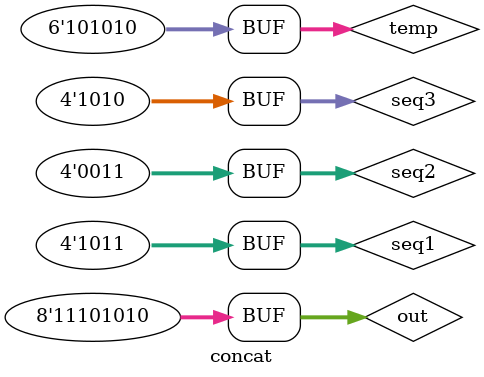
<source format=v>
module concat ( );

reg [3:0] seq1 , seq2 , seq3;
reg [5:0] temp;
reg [7:0] out;

initial 
begin
    seq1 = 4'b1011;
    seq2 = 4'b0011;
    seq3 = 4'b1010;

    temp = {{seq1[3:2] & seq2[1:0]} , seq3};
    out = {{2{temp[5]}} , temp};
end

endmodule
</source>
